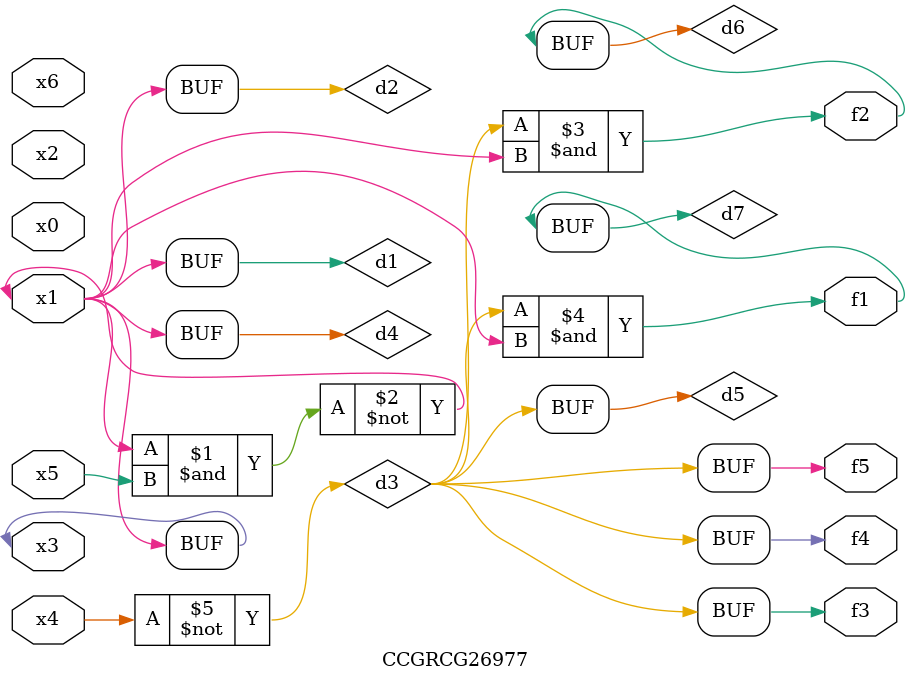
<source format=v>
module CCGRCG26977(
	input x0, x1, x2, x3, x4, x5, x6,
	output f1, f2, f3, f4, f5
);

	wire d1, d2, d3, d4, d5, d6, d7;

	buf (d1, x1, x3);
	nand (d2, x1, x5);
	not (d3, x4);
	buf (d4, d1, d2);
	buf (d5, d3);
	and (d6, d3, d4);
	and (d7, d3, d4);
	assign f1 = d7;
	assign f2 = d6;
	assign f3 = d5;
	assign f4 = d5;
	assign f5 = d5;
endmodule

</source>
